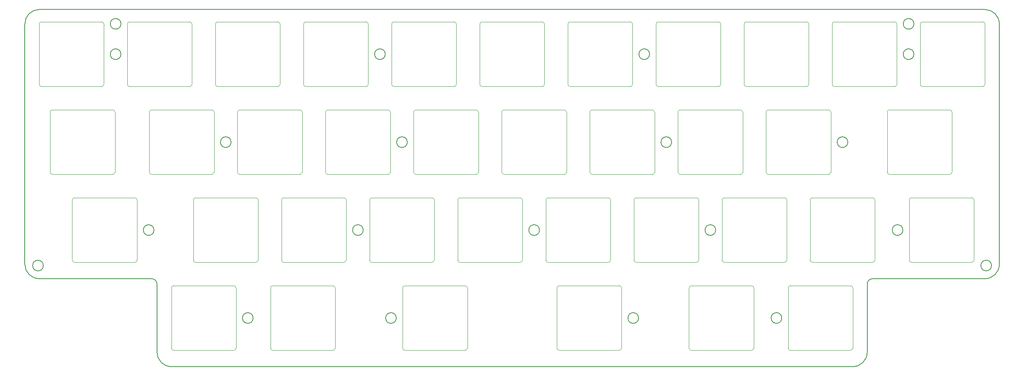
<source format=gbr>
%TF.GenerationSoftware,KiCad,Pcbnew,8.0.8*%
%TF.CreationDate,2025-09-22T22:29:29+02:00*%
%TF.ProjectId,travaulta plate naevies fr4,74726176-6175-46c7-9461-20706c617465,rev?*%
%TF.SameCoordinates,Original*%
%TF.FileFunction,Profile,NP*%
%FSLAX46Y46*%
G04 Gerber Fmt 4.6, Leading zero omitted, Abs format (unit mm)*
G04 Created by KiCad (PCBNEW 8.0.8) date 2025-09-22 22:29:29*
%MOMM*%
%LPD*%
G01*
G04 APERTURE LIST*
%TA.AperFunction,Profile*%
%ADD10C,0.200000*%
%TD*%
%TA.AperFunction,Profile*%
%ADD11C,0.050000*%
%TD*%
G04 APERTURE END LIST*
D10*
X72450000Y-121724999D02*
X72450000Y-106974999D01*
X155137500Y-95250000D02*
G75*
G02*
X152837500Y-95250000I-1150000J0D01*
G01*
X152837500Y-95250000D02*
G75*
G02*
X155137500Y-95250000I1150000J0D01*
G01*
X93225000Y-114300000D02*
G75*
G02*
X90925000Y-114300000I-1150000J0D01*
G01*
X90925000Y-114300000D02*
G75*
G02*
X93225000Y-114300000I1150000J0D01*
G01*
X252884375Y-102933999D02*
G75*
G02*
X250584375Y-102933999I-1150000J0D01*
G01*
X250584375Y-102933999D02*
G75*
G02*
X252884375Y-102933999I1150000J0D01*
G01*
D11*
X61087000Y-50927000D02*
X61087000Y-50927000D01*
D10*
X71793750Y-95250000D02*
G75*
G02*
X69493750Y-95250000I-1150000J0D01*
G01*
X69493750Y-95250000D02*
G75*
G02*
X71793750Y-95250000I1150000J0D01*
G01*
X233718750Y-95250000D02*
G75*
G02*
X231418750Y-95250000I-1150000J0D01*
G01*
X231418750Y-95250000D02*
G75*
G02*
X233718750Y-95250000I1150000J0D01*
G01*
X47866000Y-102933999D02*
G75*
G02*
X45566000Y-102933999I-1150000J0D01*
G01*
X45566000Y-102933999D02*
G75*
G02*
X47866000Y-102933999I1150000J0D01*
G01*
X254575000Y-102674999D02*
G75*
G02*
X251475000Y-105775000I-3100000J-1D01*
G01*
X236100000Y-57150000D02*
G75*
G02*
X233800000Y-57150000I-1150000J0D01*
G01*
X233800000Y-57150000D02*
G75*
G02*
X236100000Y-57150000I1150000J0D01*
G01*
X124181250Y-114300000D02*
G75*
G02*
X121881250Y-114300000I-1150000J0D01*
G01*
X121881250Y-114300000D02*
G75*
G02*
X124181250Y-114300000I1150000J0D01*
G01*
X121800000Y-57150000D02*
G75*
G02*
X119500000Y-57150000I-1150000J0D01*
G01*
X119500000Y-57150000D02*
G75*
G02*
X121800000Y-57150000I1150000J0D01*
G01*
X71250000Y-105774999D02*
G75*
G02*
X72450001Y-106974999I0J-1200001D01*
G01*
X46975000Y-47474999D02*
X251475000Y-47474999D01*
X207525000Y-114300000D02*
G75*
G02*
X205225000Y-114300000I-1150000J0D01*
G01*
X205225000Y-114300000D02*
G75*
G02*
X207525000Y-114300000I1150000J0D01*
G01*
X226000000Y-106974999D02*
X226000000Y-121724999D01*
X222900000Y-124824999D02*
X75550000Y-124824999D01*
X64650000Y-50574999D02*
G75*
G02*
X62350000Y-50574999I-1150000J0D01*
G01*
X62350000Y-50574999D02*
G75*
G02*
X64650000Y-50574999I1150000J0D01*
G01*
X178950000Y-57150000D02*
G75*
G02*
X176650000Y-57150000I-1150000J0D01*
G01*
X176650000Y-57150000D02*
G75*
G02*
X178950000Y-57150000I1150000J0D01*
G01*
X236100000Y-50574999D02*
G75*
G02*
X233800000Y-50574999I-1150000J0D01*
G01*
X233800000Y-50574999D02*
G75*
G02*
X236100000Y-50574999I1150000J0D01*
G01*
X64650000Y-57150000D02*
G75*
G02*
X62350000Y-57150000I-1150000J0D01*
G01*
X62350000Y-57150000D02*
G75*
G02*
X64650000Y-57150000I1150000J0D01*
G01*
X46975000Y-105774999D02*
G75*
G02*
X43875001Y-102674999I0J3099999D01*
G01*
X117037500Y-95250000D02*
G75*
G02*
X114737500Y-95250000I-1150000J0D01*
G01*
X114737500Y-95250000D02*
G75*
G02*
X117037500Y-95250000I1150000J0D01*
G01*
X251475000Y-47474999D02*
G75*
G02*
X254575001Y-50574999I0J-3100001D01*
G01*
X176568750Y-114300000D02*
G75*
G02*
X174268750Y-114300000I-1150000J0D01*
G01*
X174268750Y-114300000D02*
G75*
G02*
X176568750Y-114300000I1150000J0D01*
G01*
X226000000Y-106974999D02*
G75*
G02*
X227200000Y-105775000I1200000J-1D01*
G01*
X183712500Y-76200000D02*
G75*
G02*
X181412500Y-76200000I-1150000J0D01*
G01*
X181412500Y-76200000D02*
G75*
G02*
X183712500Y-76200000I1150000J0D01*
G01*
X226000000Y-121724999D02*
G75*
G02*
X222900000Y-124825000I-3100000J-1D01*
G01*
X221812500Y-76200000D02*
G75*
G02*
X219512500Y-76200000I-1150000J0D01*
G01*
X219512500Y-76200000D02*
G75*
G02*
X221812500Y-76200000I1150000J0D01*
G01*
X126562500Y-76200000D02*
G75*
G02*
X124262500Y-76200000I-1150000J0D01*
G01*
X124262500Y-76200000D02*
G75*
G02*
X126562500Y-76200000I1150000J0D01*
G01*
X254575000Y-50574999D02*
X254575000Y-102674999D01*
X88462500Y-76200000D02*
G75*
G02*
X86162500Y-76200000I-1150000J0D01*
G01*
X86162500Y-76200000D02*
G75*
G02*
X88462500Y-76200000I1150000J0D01*
G01*
X193237500Y-95250000D02*
G75*
G02*
X190937500Y-95250000I-1150000J0D01*
G01*
X190937500Y-95250000D02*
G75*
G02*
X193237500Y-95250000I1150000J0D01*
G01*
X43875000Y-50574999D02*
G75*
G02*
X46975000Y-47475000I3100000J-1D01*
G01*
X71250000Y-105774999D02*
X46975000Y-105774999D01*
X251475000Y-105774999D02*
X227200000Y-105774999D01*
X75550000Y-124824999D02*
G75*
G02*
X72450001Y-121724999I0J3099999D01*
G01*
X43875000Y-102674999D02*
X43875000Y-50574999D01*
D11*
%TO.C,REF\u002A\u002A*%
X194612500Y-88750000D02*
X194612500Y-101750000D01*
X195112500Y-102250000D02*
X208112500Y-102250000D01*
X208112500Y-88250000D02*
X195112500Y-88250000D01*
X208612500Y-101750000D02*
X208612500Y-88750000D01*
X194612500Y-88750000D02*
G75*
G02*
X195112500Y-88250000I500001J-1D01*
G01*
X195115264Y-102248884D02*
G75*
G02*
X194615264Y-101748884I1J500001D01*
G01*
X208112500Y-88250000D02*
G75*
G02*
X208612500Y-88750000I0J-500000D01*
G01*
X208612500Y-101750000D02*
G75*
G02*
X208112500Y-102250000I-500000J0D01*
G01*
X213662500Y-88750000D02*
X213662500Y-101750000D01*
X214162500Y-102250000D02*
X227162500Y-102250000D01*
X227162500Y-88250000D02*
X214162500Y-88250000D01*
X227662500Y-101750000D02*
X227662500Y-88750000D01*
X213662500Y-88750000D02*
G75*
G02*
X214162500Y-88250000I500001J-1D01*
G01*
X214165264Y-102248884D02*
G75*
G02*
X213665264Y-101748884I1J500001D01*
G01*
X227162500Y-88250000D02*
G75*
G02*
X227662500Y-88750000I0J-500000D01*
G01*
X227662500Y-101750000D02*
G75*
G02*
X227162500Y-102250000I-500000J0D01*
G01*
X137462500Y-88750000D02*
X137462500Y-101750000D01*
X137962500Y-102250000D02*
X150962500Y-102250000D01*
X150962500Y-88250000D02*
X137962500Y-88250000D01*
X151462500Y-101750000D02*
X151462500Y-88750000D01*
X137462500Y-88750000D02*
G75*
G02*
X137962500Y-88250000I500001J-1D01*
G01*
X137965264Y-102248884D02*
G75*
G02*
X137465264Y-101748884I1J500001D01*
G01*
X150962500Y-88250000D02*
G75*
G02*
X151462500Y-88750000I0J-500000D01*
G01*
X151462500Y-101750000D02*
G75*
G02*
X150962500Y-102250000I-500000J0D01*
G01*
X175562500Y-88750000D02*
X175562500Y-101750000D01*
X176062500Y-102250000D02*
X189062500Y-102250000D01*
X189062500Y-88250000D02*
X176062500Y-88250000D01*
X189562500Y-101750000D02*
X189562500Y-88750000D01*
X175562500Y-88750000D02*
G75*
G02*
X176062500Y-88250000I500001J-1D01*
G01*
X176065264Y-102248884D02*
G75*
G02*
X175565264Y-101748884I1J500001D01*
G01*
X189062500Y-88250000D02*
G75*
G02*
X189562500Y-88750000I0J-500000D01*
G01*
X189562500Y-101750000D02*
G75*
G02*
X189062500Y-102250000I-500000J0D01*
G01*
X156512500Y-88750000D02*
X156512500Y-101750000D01*
X157012500Y-102250000D02*
X170012500Y-102250000D01*
X170012500Y-88250000D02*
X157012500Y-88250000D01*
X170512500Y-101750000D02*
X170512500Y-88750000D01*
X156512500Y-88750000D02*
G75*
G02*
X157012500Y-88250000I500001J-1D01*
G01*
X157015264Y-102248884D02*
G75*
G02*
X156515264Y-101748884I1J500001D01*
G01*
X170012500Y-88250000D02*
G75*
G02*
X170512500Y-88750000I0J-500000D01*
G01*
X170512500Y-101750000D02*
G75*
G02*
X170012500Y-102250000I-500000J0D01*
G01*
X80312500Y-88750000D02*
X80312500Y-101750000D01*
X80812500Y-102250000D02*
X93812500Y-102250000D01*
X93812500Y-88250000D02*
X80812500Y-88250000D01*
X94312500Y-101750000D02*
X94312500Y-88750000D01*
X80312500Y-88750000D02*
G75*
G02*
X80812500Y-88250000I500001J-1D01*
G01*
X80815264Y-102248884D02*
G75*
G02*
X80315264Y-101748884I1J500001D01*
G01*
X93812500Y-88250000D02*
G75*
G02*
X94312500Y-88750000I0J-500000D01*
G01*
X94312500Y-101750000D02*
G75*
G02*
X93812500Y-102250000I-500000J0D01*
G01*
X118412500Y-88750000D02*
X118412500Y-101750000D01*
X118912500Y-102250000D02*
X131912500Y-102250000D01*
X131912500Y-88250000D02*
X118912500Y-88250000D01*
X132412500Y-101750000D02*
X132412500Y-88750000D01*
X118412500Y-88750000D02*
G75*
G02*
X118912500Y-88250000I500001J-1D01*
G01*
X118915264Y-102248884D02*
G75*
G02*
X118415264Y-101748884I1J500001D01*
G01*
X131912500Y-88250000D02*
G75*
G02*
X132412500Y-88750000I0J-500000D01*
G01*
X132412500Y-101750000D02*
G75*
G02*
X131912500Y-102250000I-500000J0D01*
G01*
X99362500Y-88750000D02*
X99362500Y-101750000D01*
X99862500Y-102250000D02*
X112862500Y-102250000D01*
X112862500Y-88250000D02*
X99862500Y-88250000D01*
X113362500Y-101750000D02*
X113362500Y-88750000D01*
X99362500Y-88750000D02*
G75*
G02*
X99862500Y-88250000I500001J-1D01*
G01*
X99865264Y-102248884D02*
G75*
G02*
X99365264Y-101748884I1J500001D01*
G01*
X112862500Y-88250000D02*
G75*
G02*
X113362500Y-88750000I0J-500000D01*
G01*
X113362500Y-101750000D02*
G75*
G02*
X112862500Y-102250000I-500000J0D01*
G01*
X75550000Y-107800000D02*
X75550000Y-120800000D01*
X76050000Y-121300000D02*
X89050000Y-121300000D01*
X89050000Y-107300000D02*
X76050000Y-107300000D01*
X89550000Y-120800000D02*
X89550000Y-107800000D01*
X75550000Y-107800000D02*
G75*
G02*
X76050000Y-107300000I500001J-1D01*
G01*
X76052764Y-121298884D02*
G75*
G02*
X75552764Y-120798884I1J500001D01*
G01*
X89050000Y-107300000D02*
G75*
G02*
X89550000Y-107800000I0J-500000D01*
G01*
X89550000Y-120800000D02*
G75*
G02*
X89050000Y-121300000I-500000J0D01*
G01*
X96981250Y-107800000D02*
X96981250Y-120800000D01*
X97481250Y-121300000D02*
X110481250Y-121300000D01*
X110481250Y-107300000D02*
X97481250Y-107300000D01*
X110981250Y-120800000D02*
X110981250Y-107800000D01*
X96981250Y-107800000D02*
G75*
G02*
X97481250Y-107300000I500001J-1D01*
G01*
X97484014Y-121298884D02*
G75*
G02*
X96984014Y-120798884I1J500001D01*
G01*
X110481250Y-107300000D02*
G75*
G02*
X110981250Y-107800000I0J-500000D01*
G01*
X110981250Y-120800000D02*
G75*
G02*
X110481250Y-121300000I-500000J0D01*
G01*
X125556250Y-107800000D02*
X125556250Y-120800000D01*
X126056250Y-121300000D02*
X139056250Y-121300000D01*
X139056250Y-107300000D02*
X126056250Y-107300000D01*
X139556250Y-120800000D02*
X139556250Y-107800000D01*
X125556250Y-107800000D02*
G75*
G02*
X126056250Y-107300000I500001J-1D01*
G01*
X126059014Y-121298884D02*
G75*
G02*
X125559014Y-120798884I1J500001D01*
G01*
X139056250Y-107300000D02*
G75*
G02*
X139556250Y-107800000I0J-500000D01*
G01*
X139556250Y-120800000D02*
G75*
G02*
X139056250Y-121300000I-500000J0D01*
G01*
X158893750Y-107800000D02*
X158893750Y-120800000D01*
X159393750Y-121300000D02*
X172393750Y-121300000D01*
X172393750Y-107300000D02*
X159393750Y-107300000D01*
X172893750Y-120800000D02*
X172893750Y-107800000D01*
X158893750Y-107800000D02*
G75*
G02*
X159393750Y-107300000I500001J-1D01*
G01*
X159396514Y-121298884D02*
G75*
G02*
X158896514Y-120798884I1J500001D01*
G01*
X172393750Y-107300000D02*
G75*
G02*
X172893750Y-107800000I0J-500000D01*
G01*
X172893750Y-120800000D02*
G75*
G02*
X172393750Y-121300000I-500000J0D01*
G01*
X187468750Y-107800000D02*
X187468750Y-120800000D01*
X187968750Y-121300000D02*
X200968750Y-121300000D01*
X200968750Y-107300000D02*
X187968750Y-107300000D01*
X201468750Y-120800000D02*
X201468750Y-107800000D01*
X187468750Y-107800000D02*
G75*
G02*
X187968750Y-107300000I500001J-1D01*
G01*
X187971514Y-121298884D02*
G75*
G02*
X187471514Y-120798884I1J500001D01*
G01*
X200968750Y-107300000D02*
G75*
G02*
X201468750Y-107800000I0J-500000D01*
G01*
X201468750Y-120800000D02*
G75*
G02*
X200968750Y-121300000I-500000J0D01*
G01*
X208900000Y-107800000D02*
X208900000Y-120800000D01*
X209400000Y-121300000D02*
X222400000Y-121300000D01*
X222400000Y-107300000D02*
X209400000Y-107300000D01*
X222900000Y-120800000D02*
X222900000Y-107800000D01*
X208900000Y-107800000D02*
G75*
G02*
X209400000Y-107300000I500001J-1D01*
G01*
X209402764Y-121298884D02*
G75*
G02*
X208902764Y-120798884I1J500001D01*
G01*
X222400000Y-107300000D02*
G75*
G02*
X222900000Y-107800000I0J-500000D01*
G01*
X222900000Y-120800000D02*
G75*
G02*
X222400000Y-121300000I-500000J0D01*
G01*
X235093750Y-88750000D02*
X235093750Y-101750000D01*
X235593750Y-102250000D02*
X248593750Y-102250000D01*
X248593750Y-88250000D02*
X235593750Y-88250000D01*
X249093750Y-101750000D02*
X249093750Y-88750000D01*
X235093750Y-88750000D02*
G75*
G02*
X235593750Y-88250000I500001J-1D01*
G01*
X235596514Y-102248884D02*
G75*
G02*
X235096514Y-101748884I1J500001D01*
G01*
X248593750Y-88250000D02*
G75*
G02*
X249093750Y-88750000I0J-500000D01*
G01*
X249093750Y-101750000D02*
G75*
G02*
X248593750Y-102250000I-500000J0D01*
G01*
X54118750Y-88750000D02*
X54118750Y-101750000D01*
X54618750Y-102250000D02*
X67618750Y-102250000D01*
X67618750Y-88250000D02*
X54618750Y-88250000D01*
X68118750Y-101750000D02*
X68118750Y-88750000D01*
X54118750Y-88750000D02*
G75*
G02*
X54618750Y-88250000I500001J-1D01*
G01*
X54621514Y-102248884D02*
G75*
G02*
X54121514Y-101748884I1J500001D01*
G01*
X67618750Y-88250000D02*
G75*
G02*
X68118750Y-88750000I0J-500000D01*
G01*
X68118750Y-101750000D02*
G75*
G02*
X67618750Y-102250000I-500000J0D01*
G01*
X49356250Y-69700000D02*
X49356250Y-82700000D01*
X49856250Y-83200000D02*
X62856250Y-83200000D01*
X62856250Y-69200000D02*
X49856250Y-69200000D01*
X63356250Y-82700000D02*
X63356250Y-69700000D01*
X49356250Y-69700000D02*
G75*
G02*
X49856250Y-69200000I500001J-1D01*
G01*
X49859014Y-83198884D02*
G75*
G02*
X49359014Y-82698884I1J500001D01*
G01*
X62856250Y-69200000D02*
G75*
G02*
X63356250Y-69700000I0J-500000D01*
G01*
X63356250Y-82700000D02*
G75*
G02*
X62856250Y-83200000I-500000J0D01*
G01*
X185087500Y-69700000D02*
X185087500Y-82700000D01*
X185587500Y-83200000D02*
X198587500Y-83200000D01*
X198587500Y-69200000D02*
X185587500Y-69200000D01*
X199087500Y-82700000D02*
X199087500Y-69700000D01*
X185087500Y-69700000D02*
G75*
G02*
X185587500Y-69200000I500001J-1D01*
G01*
X185590264Y-83198884D02*
G75*
G02*
X185090264Y-82698884I1J500001D01*
G01*
X198587500Y-69200000D02*
G75*
G02*
X199087500Y-69700000I0J-500000D01*
G01*
X199087500Y-82700000D02*
G75*
G02*
X198587500Y-83200000I-500000J0D01*
G01*
X230331250Y-69700000D02*
X230331250Y-82700000D01*
X230831250Y-83200000D02*
X243831250Y-83200000D01*
X243831250Y-69200000D02*
X230831250Y-69200000D01*
X244331250Y-82700000D02*
X244331250Y-69700000D01*
X230331250Y-69700000D02*
G75*
G02*
X230831250Y-69200000I500001J-1D01*
G01*
X230834014Y-83198884D02*
G75*
G02*
X230334014Y-82698884I1J500001D01*
G01*
X243831250Y-69200000D02*
G75*
G02*
X244331250Y-69700000I0J-500000D01*
G01*
X244331250Y-82700000D02*
G75*
G02*
X243831250Y-83200000I-500000J0D01*
G01*
X204137500Y-69700000D02*
X204137500Y-82700000D01*
X204637500Y-83200000D02*
X217637500Y-83200000D01*
X217637500Y-69200000D02*
X204637500Y-69200000D01*
X218137500Y-82700000D02*
X218137500Y-69700000D01*
X204137500Y-69700000D02*
G75*
G02*
X204637500Y-69200000I500001J-1D01*
G01*
X204640264Y-83198884D02*
G75*
G02*
X204140264Y-82698884I1J500001D01*
G01*
X217637500Y-69200000D02*
G75*
G02*
X218137500Y-69700000I0J-500000D01*
G01*
X218137500Y-82700000D02*
G75*
G02*
X217637500Y-83200000I-500000J0D01*
G01*
X127937500Y-69700000D02*
X127937500Y-82700000D01*
X128437500Y-83200000D02*
X141437500Y-83200000D01*
X141437500Y-69200000D02*
X128437500Y-69200000D01*
X141937500Y-82700000D02*
X141937500Y-69700000D01*
X127937500Y-69700000D02*
G75*
G02*
X128437500Y-69200000I500001J-1D01*
G01*
X128440264Y-83198884D02*
G75*
G02*
X127940264Y-82698884I1J500001D01*
G01*
X141437500Y-69200000D02*
G75*
G02*
X141937500Y-69700000I0J-500000D01*
G01*
X141937500Y-82700000D02*
G75*
G02*
X141437500Y-83200000I-500000J0D01*
G01*
X166037500Y-69700000D02*
X166037500Y-82700000D01*
X166537500Y-83200000D02*
X179537500Y-83200000D01*
X179537500Y-69200000D02*
X166537500Y-69200000D01*
X180037500Y-82700000D02*
X180037500Y-69700000D01*
X166037500Y-69700000D02*
G75*
G02*
X166537500Y-69200000I500001J-1D01*
G01*
X166540264Y-83198884D02*
G75*
G02*
X166040264Y-82698884I1J500001D01*
G01*
X179537500Y-69200000D02*
G75*
G02*
X180037500Y-69700000I0J-500000D01*
G01*
X180037500Y-82700000D02*
G75*
G02*
X179537500Y-83200000I-500000J0D01*
G01*
X146987500Y-69700000D02*
X146987500Y-82700000D01*
X147487500Y-83200000D02*
X160487500Y-83200000D01*
X160487500Y-69200000D02*
X147487500Y-69200000D01*
X160987500Y-82700000D02*
X160987500Y-69700000D01*
X146987500Y-69700000D02*
G75*
G02*
X147487500Y-69200000I500001J-1D01*
G01*
X147490264Y-83198884D02*
G75*
G02*
X146990264Y-82698884I1J500001D01*
G01*
X160487500Y-69200000D02*
G75*
G02*
X160987500Y-69700000I0J-500000D01*
G01*
X160987500Y-82700000D02*
G75*
G02*
X160487500Y-83200000I-500000J0D01*
G01*
X70787500Y-69700000D02*
X70787500Y-82700000D01*
X71287500Y-83200000D02*
X84287500Y-83200000D01*
X84287500Y-69200000D02*
X71287500Y-69200000D01*
X84787500Y-82700000D02*
X84787500Y-69700000D01*
X70787500Y-69700000D02*
G75*
G02*
X71287500Y-69200000I500001J-1D01*
G01*
X71290264Y-83198884D02*
G75*
G02*
X70790264Y-82698884I1J500001D01*
G01*
X84287500Y-69200000D02*
G75*
G02*
X84787500Y-69700000I0J-500000D01*
G01*
X84787500Y-82700000D02*
G75*
G02*
X84287500Y-83200000I-500000J0D01*
G01*
X108887500Y-69700000D02*
X108887500Y-82700000D01*
X109387500Y-83200000D02*
X122387500Y-83200000D01*
X122387500Y-69200000D02*
X109387500Y-69200000D01*
X122887500Y-82700000D02*
X122887500Y-69700000D01*
X108887500Y-69700000D02*
G75*
G02*
X109387500Y-69200000I500001J-1D01*
G01*
X109390264Y-83198884D02*
G75*
G02*
X108890264Y-82698884I1J500001D01*
G01*
X122387500Y-69200000D02*
G75*
G02*
X122887500Y-69700000I0J-500000D01*
G01*
X122887500Y-82700000D02*
G75*
G02*
X122387500Y-83200000I-500000J0D01*
G01*
X89837500Y-69700000D02*
X89837500Y-82700000D01*
X90337500Y-83200000D02*
X103337500Y-83200000D01*
X103337500Y-69200000D02*
X90337500Y-69200000D01*
X103837500Y-82700000D02*
X103837500Y-69700000D01*
X89837500Y-69700000D02*
G75*
G02*
X90337500Y-69200000I500001J-1D01*
G01*
X90340264Y-83198884D02*
G75*
G02*
X89840264Y-82698884I1J500001D01*
G01*
X103337500Y-69200000D02*
G75*
G02*
X103837500Y-69700000I0J-500000D01*
G01*
X103837500Y-82700000D02*
G75*
G02*
X103337500Y-83200000I-500000J0D01*
G01*
X218425000Y-50650000D02*
X218425000Y-63650000D01*
X218925000Y-64150000D02*
X231925000Y-64150000D01*
X231925000Y-50150000D02*
X218925000Y-50150000D01*
X232425000Y-63650000D02*
X232425000Y-50650000D01*
X218425000Y-50650000D02*
G75*
G02*
X218925000Y-50150000I500001J-1D01*
G01*
X218927764Y-64148884D02*
G75*
G02*
X218427764Y-63648884I1J500001D01*
G01*
X231925000Y-50150000D02*
G75*
G02*
X232425000Y-50650000I0J-500000D01*
G01*
X232425000Y-63650000D02*
G75*
G02*
X231925000Y-64150000I-500000J0D01*
G01*
X237475000Y-50650000D02*
X237475000Y-63650000D01*
X237975000Y-64150000D02*
X250975000Y-64150000D01*
X250975000Y-50150000D02*
X237975000Y-50150000D01*
X251475000Y-63650000D02*
X251475000Y-50650000D01*
X237475000Y-50650000D02*
G75*
G02*
X237975000Y-50150000I500001J-1D01*
G01*
X237977764Y-64148884D02*
G75*
G02*
X237477764Y-63648884I1J500001D01*
G01*
X250975000Y-50150000D02*
G75*
G02*
X251475000Y-50650000I0J-500000D01*
G01*
X251475000Y-63650000D02*
G75*
G02*
X250975000Y-64150000I-500000J0D01*
G01*
X161275000Y-50650000D02*
X161275000Y-63650000D01*
X161775000Y-64150000D02*
X174775000Y-64150000D01*
X174775000Y-50150000D02*
X161775000Y-50150000D01*
X175275000Y-63650000D02*
X175275000Y-50650000D01*
X161275000Y-50650000D02*
G75*
G02*
X161775000Y-50150000I500001J-1D01*
G01*
X161777764Y-64148884D02*
G75*
G02*
X161277764Y-63648884I1J500001D01*
G01*
X174775000Y-50150000D02*
G75*
G02*
X175275000Y-50650000I0J-500000D01*
G01*
X175275000Y-63650000D02*
G75*
G02*
X174775000Y-64150000I-500000J0D01*
G01*
X199375000Y-50650000D02*
X199375000Y-63650000D01*
X199875000Y-64150000D02*
X212875000Y-64150000D01*
X212875000Y-50150000D02*
X199875000Y-50150000D01*
X213375000Y-63650000D02*
X213375000Y-50650000D01*
X199375000Y-50650000D02*
G75*
G02*
X199875000Y-50150000I500001J-1D01*
G01*
X199877764Y-64148884D02*
G75*
G02*
X199377764Y-63648884I1J500001D01*
G01*
X212875000Y-50150000D02*
G75*
G02*
X213375000Y-50650000I0J-500000D01*
G01*
X213375000Y-63650000D02*
G75*
G02*
X212875000Y-64150000I-500000J0D01*
G01*
X180325000Y-50650000D02*
X180325000Y-63650000D01*
X180825000Y-64150000D02*
X193825000Y-64150000D01*
X193825000Y-50150000D02*
X180825000Y-50150000D01*
X194325000Y-63650000D02*
X194325000Y-50650000D01*
X180325000Y-50650000D02*
G75*
G02*
X180825000Y-50150000I500001J-1D01*
G01*
X180827764Y-64148884D02*
G75*
G02*
X180327764Y-63648884I1J500001D01*
G01*
X193825000Y-50150000D02*
G75*
G02*
X194325000Y-50650000I0J-500000D01*
G01*
X194325000Y-63650000D02*
G75*
G02*
X193825000Y-64150000I-500000J0D01*
G01*
X104125000Y-50650000D02*
X104125000Y-63650000D01*
X104625000Y-64150000D02*
X117625000Y-64150000D01*
X117625000Y-50150000D02*
X104625000Y-50150000D01*
X118125000Y-63650000D02*
X118125000Y-50650000D01*
X104125000Y-50650000D02*
G75*
G02*
X104625000Y-50150000I500001J-1D01*
G01*
X104627764Y-64148884D02*
G75*
G02*
X104127764Y-63648884I1J500001D01*
G01*
X117625000Y-50150000D02*
G75*
G02*
X118125000Y-50650000I0J-500000D01*
G01*
X118125000Y-63650000D02*
G75*
G02*
X117625000Y-64150000I-500000J0D01*
G01*
X142225000Y-50650000D02*
X142225000Y-63650000D01*
X142725000Y-64150000D02*
X155725000Y-64150000D01*
X155725000Y-50150000D02*
X142725000Y-50150000D01*
X156225000Y-63650000D02*
X156225000Y-50650000D01*
X142225000Y-50650000D02*
G75*
G02*
X142725000Y-50150000I500001J-1D01*
G01*
X142727764Y-64148884D02*
G75*
G02*
X142227764Y-63648884I1J500001D01*
G01*
X155725000Y-50150000D02*
G75*
G02*
X156225000Y-50650000I0J-500000D01*
G01*
X156225000Y-63650000D02*
G75*
G02*
X155725000Y-64150000I-500000J0D01*
G01*
X123175000Y-50650000D02*
X123175000Y-63650000D01*
X123675000Y-64150000D02*
X136675000Y-64150000D01*
X136675000Y-50150000D02*
X123675000Y-50150000D01*
X137175000Y-63650000D02*
X137175000Y-50650000D01*
X123175000Y-50650000D02*
G75*
G02*
X123675000Y-50150000I500001J-1D01*
G01*
X123677764Y-64148884D02*
G75*
G02*
X123177764Y-63648884I1J500001D01*
G01*
X136675000Y-50150000D02*
G75*
G02*
X137175000Y-50650000I0J-500000D01*
G01*
X137175000Y-63650000D02*
G75*
G02*
X136675000Y-64150000I-500000J0D01*
G01*
X85075000Y-50650000D02*
X85075000Y-63650000D01*
X85575000Y-64150000D02*
X98575000Y-64150000D01*
X98575000Y-50150000D02*
X85575000Y-50150000D01*
X99075000Y-63650000D02*
X99075000Y-50650000D01*
X85075000Y-50650000D02*
G75*
G02*
X85575000Y-50150000I500001J-1D01*
G01*
X85577764Y-64148884D02*
G75*
G02*
X85077764Y-63648884I1J500001D01*
G01*
X98575000Y-50150000D02*
G75*
G02*
X99075000Y-50650000I0J-500000D01*
G01*
X99075000Y-63650000D02*
G75*
G02*
X98575000Y-64150000I-500000J0D01*
G01*
X66025000Y-50650000D02*
X66025000Y-63650000D01*
X66525000Y-64150000D02*
X79525000Y-64150000D01*
X79525000Y-50150000D02*
X66525000Y-50150000D01*
X80025000Y-63650000D02*
X80025000Y-50650000D01*
X66025000Y-50650000D02*
G75*
G02*
X66525000Y-50150000I500001J-1D01*
G01*
X66527764Y-64148884D02*
G75*
G02*
X66027764Y-63648884I1J500001D01*
G01*
X79525000Y-50150000D02*
G75*
G02*
X80025000Y-50650000I0J-500000D01*
G01*
X80025000Y-63650000D02*
G75*
G02*
X79525000Y-64150000I-500000J0D01*
G01*
X46975000Y-50650000D02*
X46975000Y-63650000D01*
X47475000Y-64150000D02*
X60475000Y-64150000D01*
X60475000Y-50150000D02*
X47475000Y-50150000D01*
X60975000Y-63650000D02*
X60975000Y-50650000D01*
X46975000Y-50650000D02*
G75*
G02*
X47475000Y-50150000I500001J-1D01*
G01*
X47477764Y-64148884D02*
G75*
G02*
X46977764Y-63648884I1J500001D01*
G01*
X60475000Y-50150000D02*
G75*
G02*
X60975000Y-50650000I0J-500000D01*
G01*
X60975000Y-63650000D02*
G75*
G02*
X60475000Y-64150000I-500000J0D01*
G01*
%TD*%
M02*

</source>
